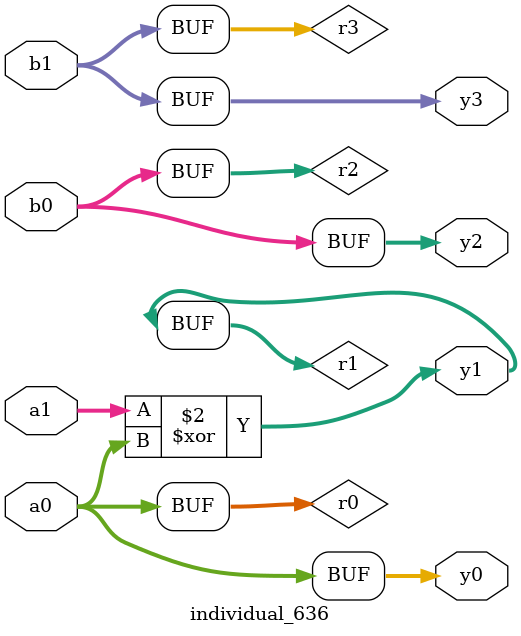
<source format=sv>
module individual_636(input logic [15:0] a1, input logic [15:0] a0, input logic [15:0] b1, input logic [15:0] b0, output logic [15:0] y3, output logic [15:0] y2, output logic [15:0] y1, output logic [15:0] y0);
logic [15:0] r0, r1, r2, r3; 
 always@(*) begin 
	 r0 = a0; r1 = a1; r2 = b0; r3 = b1; 
 	 r1  ^=  r0 ;
 	 y3 = r3; y2 = r2; y1 = r1; y0 = r0; 
end
endmodule
</source>
